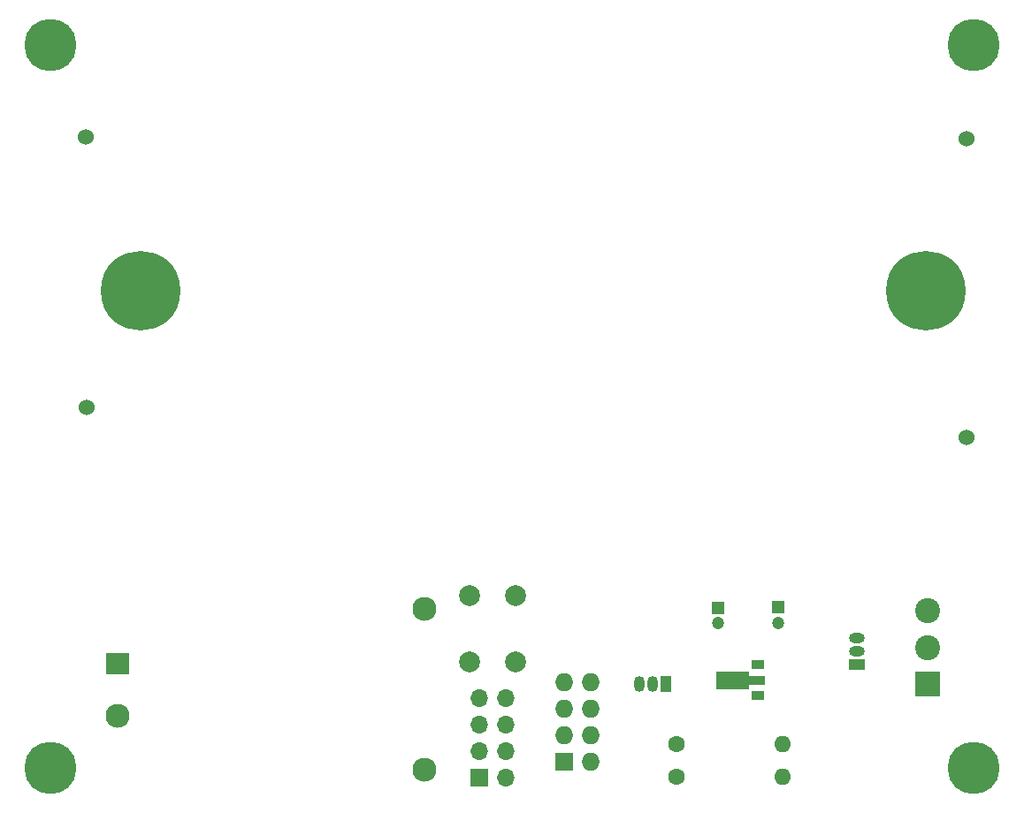
<source format=gbr>
%TF.GenerationSoftware,KiCad,Pcbnew,(6.0.0)*%
%TF.CreationDate,2022-04-24T16:41:59-07:00*%
%TF.ProjectId,Attic_Fan_Controller,41747469-635f-4466-916e-5f436f6e7472,rev?*%
%TF.SameCoordinates,Original*%
%TF.FileFunction,Soldermask,Top*%
%TF.FilePolarity,Negative*%
%FSLAX46Y46*%
G04 Gerber Fmt 4.6, Leading zero omitted, Abs format (unit mm)*
G04 Created by KiCad (PCBNEW (6.0.0)) date 2022-04-24 16:41:59*
%MOMM*%
%LPD*%
G01*
G04 APERTURE LIST*
G04 Aperture macros list*
%AMFreePoly0*
4,1,9,3.862500,-0.866500,0.737500,-0.866500,0.737500,-0.450000,-0.737500,-0.450000,-0.737500,0.450000,0.737500,0.450000,0.737500,0.866500,3.862500,0.866500,3.862500,-0.866500,3.862500,-0.866500,$1*%
G04 Aperture macros list end*
%ADD10R,2.300000X2.000000*%
%ADD11C,2.300000*%
%ADD12O,1.727200X1.727200*%
%ADD13R,1.727200X1.727200*%
%ADD14C,1.600000*%
%ADD15O,1.600000X1.600000*%
%ADD16R,1.500000X1.000000*%
%ADD17O,1.500000X1.000000*%
%ADD18C,5.000000*%
%ADD19C,2.900000*%
%ADD20C,1.524000*%
%ADD21C,7.620000*%
%ADD22R,1.050000X1.500000*%
%ADD23O,1.050000X1.500000*%
%ADD24R,2.400000X2.400000*%
%ADD25C,2.400000*%
%ADD26O,1.700000X1.700000*%
%ADD27R,1.700000X1.700000*%
%ADD28R,1.200000X1.200000*%
%ADD29C,1.200000*%
%ADD30R,1.300000X0.900000*%
%ADD31FreePoly0,180.000000*%
%ADD32C,2.000000*%
G04 APERTURE END LIST*
D10*
%TO.C,PS1*%
X21759500Y-74462000D03*
D11*
X21759500Y-79462000D03*
X51159500Y-69262000D03*
X51159500Y-84662000D03*
%TD*%
D12*
%TO.C,U2*%
X64516000Y-76263302D03*
X67056000Y-76263302D03*
X64516000Y-78803302D03*
X67056000Y-78803302D03*
X64516000Y-81343302D03*
X67056000Y-81343302D03*
D13*
X64516000Y-83883302D03*
D12*
X67056000Y-83883302D03*
%TD*%
D14*
%TO.C,R1*%
X75231000Y-85344000D03*
D15*
X85391000Y-85344000D03*
%TD*%
D16*
%TO.C,U1*%
X92536538Y-74620350D03*
D17*
X92536538Y-73350350D03*
X92536538Y-72080350D03*
%TD*%
D18*
%TO.C,2.5mm*%
X103759000Y-84455000D03*
D19*
X103759000Y-84455000D03*
%TD*%
D20*
%TO.C,RLY1*%
X103068100Y-52806600D03*
X103068100Y-24231600D03*
X18705187Y-24066000D03*
X18785749Y-49966000D03*
D21*
X99156500Y-38735000D03*
X23972500Y-38735000D03*
%TD*%
D22*
%TO.C,Q1*%
X74295000Y-76454000D03*
D23*
X73025000Y-76454000D03*
X71755000Y-76454000D03*
%TD*%
D24*
%TO.C,J1*%
X99314000Y-76454000D03*
D25*
X99314000Y-72954000D03*
X99314000Y-69454000D03*
%TD*%
D26*
%TO.C,J2*%
X56368000Y-77841000D03*
X58908000Y-77841000D03*
X56368000Y-80381000D03*
X58908000Y-80381000D03*
X56368000Y-82921000D03*
X58908000Y-82921000D03*
D27*
X56368000Y-85461000D03*
D26*
X58908000Y-85461000D03*
%TD*%
D28*
%TO.C,C1*%
X79248000Y-69127401D03*
D29*
X79248000Y-70627401D03*
%TD*%
D30*
%TO.C,U3*%
X83057000Y-77573000D03*
D31*
X82969500Y-76073000D03*
D30*
X83057000Y-74573000D03*
%TD*%
D18*
%TO.C,2.5mm*%
X103759000Y-15240000D03*
D19*
X103759000Y-15240000D03*
%TD*%
%TO.C,2.5mm*%
X15336350Y-15240000D03*
D18*
X15336350Y-15240000D03*
%TD*%
D32*
%TO.C,SW1*%
X55499000Y-74295000D03*
X55499000Y-67945000D03*
X59893200Y-74295000D03*
X59893200Y-67945000D03*
%TD*%
D28*
%TO.C,C2*%
X84988400Y-69102001D03*
D29*
X84988400Y-70602001D03*
%TD*%
D19*
%TO.C,2.5mm*%
X15367000Y-84455000D03*
D18*
X15367000Y-84455000D03*
%TD*%
D14*
%TO.C,R2*%
X75311000Y-82169000D03*
D15*
X85471000Y-82169000D03*
%TD*%
M02*

</source>
